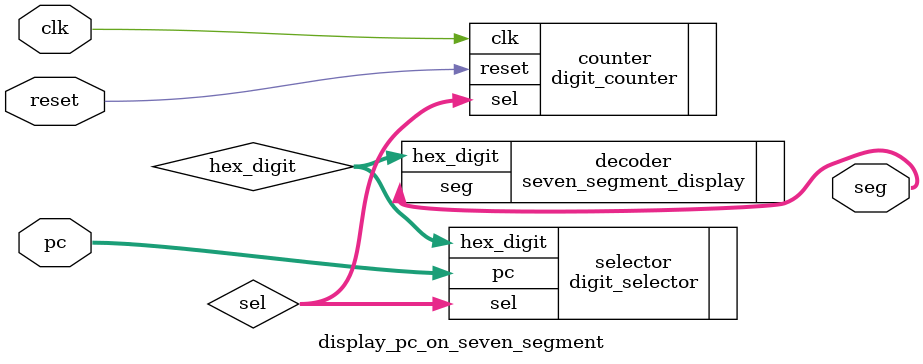
<source format=v>
`timescale 1ns / 1ps


module display_pc_on_seven_segment(
    input clk,
    input reset,
    input [31:0] pc,
    output [6:0] seg
);
    wire [3:0] hex_digit;
    wire [2:0] sel;
    
    digit_counter counter(.clk(clk), .reset(reset), .sel(sel));
    digit_selector selector(.pc(pc), .sel(sel), .hex_digit(hex_digit));
    seven_segment_display decoder(.hex_digit(hex_digit), .seg(seg));
endmodule

</source>
